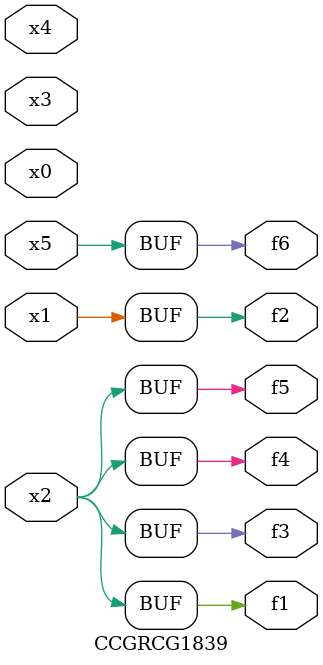
<source format=v>
module CCGRCG1839(
	input x0, x1, x2, x3, x4, x5,
	output f1, f2, f3, f4, f5, f6
);
	assign f1 = x2;
	assign f2 = x1;
	assign f3 = x2;
	assign f4 = x2;
	assign f5 = x2;
	assign f6 = x5;
endmodule

</source>
